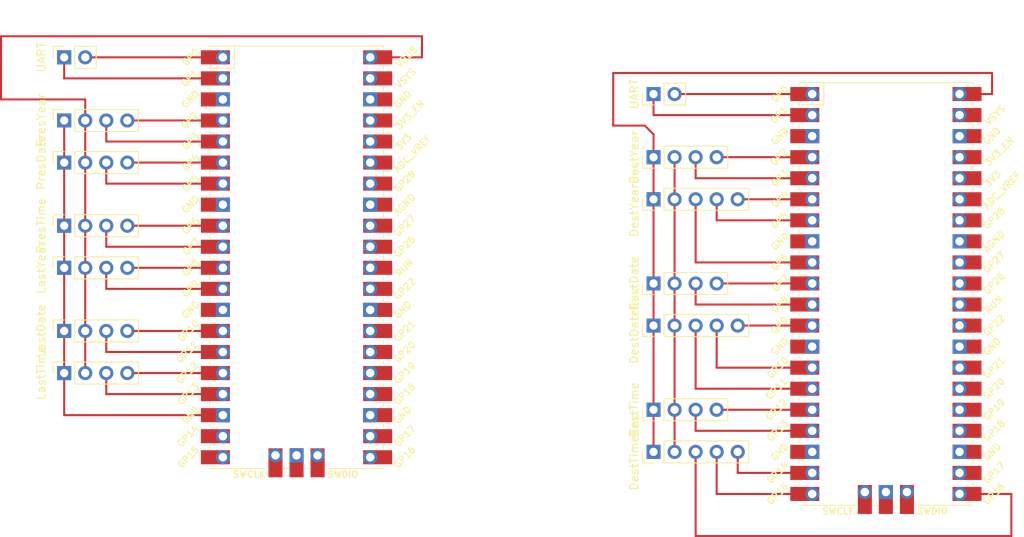
<source format=kicad_pcb>
(kicad_pcb (version 20221018) (generator pcbnew)
  (layers (0 "F.Cu" signal) (31 "B.Cu" signal) (36 "B.SilkS" user "B.Silkscreen") (37 "F.SilkS" user "F.Silkscreen") (38 "B.Mask" user) (39 "F.Mask" user) (44 "Edge.Cuts" user))
  (net 0 "")
  (footprint "Connector_PinSocket_2.54mm:PinSocket_1x04_P2.54mm_Vertical" (layer "F.Cu") (at 27.725 55.26 90)
    (fp_text reference "LastDate" (at 0 -2.77 90) (layer "F.SilkS"))
    (fp_text value "PinSocket_1x04_P2.54mm_Vertical" hide)
    (pad "1" thru_hole rect (at 0 0 90) (size 1.7 1.7) (drill 1) (layers "*.Cu" "*.Mask"))
    (pad "2" thru_hole oval (at 0 2.54 90) (size 1.7 1.7) (drill 1) (layers "*.Cu" "*.Mask"))
    (pad "3" thru_hole oval (at 0 5.08 90) (size 1.7 1.7) (drill 1) (layers "*.Cu" "*.Mask"))
    (pad "4" thru_hole oval (at 0 7.62 90) (size 1.7 1.7) (drill 1) (layers "*.Cu" "*.Mask"))
  )
  (footprint "Connector_PinHeader_2.54mm:PinHeader_1x02_P2.54mm_Vertical" (layer "F.Cu") (at 98.845 26.67 90)
    (fp_text reference "UART" (at 0 -2.33 90) (layer "F.SilkS"))
    (fp_text value "PinHeader_1x02_P2.54mm_Vertical" hide)
    (pad "1" thru_hole rect (at 0 0 90) (size 1.7 1.7) (drill 1) (layers "*.Cu" "*.Mask"))
    (pad "2" thru_hole oval (at 0 2.54 90) (size 1.7 1.7) (drill 1) (layers "*.Cu" "*.Mask"))
  )
  (footprint "Connector_PinSocket_2.54mm:PinSocket_1x02_P2.54mm_Vertical" (layer "F.Cu") (at 27.725 22.24 90)
    (fp_text reference "UART" (at 0 -2.77 90) (layer "F.SilkS"))
    (fp_text value "PinSocket_1x02_P2.54mm_Vertical" hide)
    (pad "1" thru_hole rect (at 0 0 90) (size 1.7 1.7) (drill 1) (layers "*.Cu" "*.Mask"))
    (pad "2" thru_hole oval (at 0 2.54 90) (size 1.7 1.7) (drill 1) (layers "*.Cu" "*.Mask"))
  )
  (footprint "clipboard:dbd3a5ea-c8a1-4a0a-a260-86095aeb42d3" (layer "F.Cu") (at 114.085 26.67)
    (fp_text reference "" (at 0 0) (layer "F.SilkS") (effects (font (size 1.27 1.27))))
    (fp_text value "" (at 0 0) (layer "F.SilkS") (effects (font (size 1.27 1.27))))
    (fp_text user "GP4" (at 0 12.7 45) (layer "F.SilkS") (effects (font (size 0.8 0.8))))
    (fp_text user "GP9" (at 0 27.94 45) (layer "F.SilkS") (effects (font (size 0.8 0.8))))
    (fp_text user "GP13" (at -0.254 40.64 45) (layer "F.SilkS") (effects (font (size 0.8 0.8))))
    (fp_text user "GP12" (at -0.4 38.1 45) (layer "F.SilkS") (effects (font (size 0.8 0.8))))
    (fp_text user "GP11" (at -0.4 35.56 45) (layer "F.SilkS") (effects (font (size 0.8 0.8))))
    (fp_text user "GP5" (at 0 15.24 45) (layer "F.SilkS") (effects (font (size 0.8 0.8))))
    (fp_text user "GND" (at 0 5.08 45) (layer "F.SilkS") (effects (font (size 0.8 0.8))))
    (fp_text user "RUN" (at 25.8 25.4 45) (layer "F.SilkS") (effects (font (size 0.8 0.8))))
    (fp_text user "AGND" (at 25.854 17.78 45) (layer "F.SilkS") (effects (font (size 0.8 0.8))))
    (fp_text user "3V3" (at 25.7 10.23 45) (layer "F.SilkS") (effects (font (size 0.8 0.8))))
    (fp_text user "GND" (at 0 43.18 45) (layer "F.SilkS") (effects (font (size 0.8 0.8))))
    (fp_text user "GP22" (at 25.854 27.94 45) (layer "F.SilkS") (effects (font (size 0.8 0.8))))
    (fp_text user "GND" (at 0 17.78 45) (layer "F.SilkS") (effects (font (size 0.8 0.8))))
    (fp_text user "GP21" (at 25.854 33.03 45) (layer "F.SilkS") (effects (font (size 0.8 0.8))))
    (fp_text user "GP26" (at 25.854 22.86 45) (layer "F.SilkS") (effects (font (size 0.8 0.8))))
    (fp_text user "3V3_EN" (at 26.5 6.93 45) (layer "F.SilkS") (effects (font (size 0.8 0.8))))
    (fp_text user "ADC_VREF" (at 26.8 11.63 45) (layer "F.SilkS") (effects (font (size 0.8 0.8))))
    (fp_text user "GP27" (at 25.854 20.33 45) (layer "F.SilkS") (effects (font (size 0.8 0.8))))
    (fp_text user "GP20" (at 25.854 35.56 45) (layer "F.SilkS") (effects (font (size 0.8 0.8))))
    (fp_text user "GP14" (at -0.3 45.72 45) (layer "F.SilkS") (effects (font (size 0.8 0.8))))
    (fp_text user "GP8" (at 0 25.4 45) (layer "F.SilkS") (effects (font (size 0.8 0.8))))
    (fp_text user "GND" (at 25.6 43.18 45) (layer "F.SilkS") (effects (font (size 0.8 0.8))))
    (fp_text user "GP10" (at -0.254 33.02 45) (layer "F.SilkS") (effects (font (size 0.8 0.8))))
    (fp_text user "GP1" (at -0.1 2.53 45) (layer "F.SilkS") (effects (font (size 0.8 0.8))))
    (fp_text user "GP15" (at -0.254 48.26 45) (layer "F.SilkS") (effects (font (size 0.8 0.8))))
    (fp_text user "GP3" (at 0 10.16 45) (layer "F.SilkS") (effects (font (size 0.8 0.8))))
    (fp_text user "GP17" (at 25.854 45.72 45) (layer "F.SilkS") (effects (font (size 0.8 0.8))))
    (fp_text user "VSYS" (at 26 2.54 45) (layer "F.SilkS") (effects (font (size 0.8 0.8))))
    (fp_text user "GP18" (at 25.854 40.64 45) (layer "F.SilkS") (effects (font (size 0.8 0.8))))
    (fp_text user "GP6" (at 0 20.32 45) (layer "F.SilkS") (effects (font (size 0.8 0.8))))
    (fp_text user "GP7" (at 0.1 22.83 45) (layer "F.SilkS") (effects (font (size 0.8 0.8))))
    (fp_text user "GP28" (at 25.854 14.986 45) (layer "F.SilkS") (effects (font (size 0.8 0.8))))
    (fp_text user "GP2" (at -0.1 7.62 45) (layer "F.SilkS") (effects (font (size 0.8 0.8))))
    (fp_text user "GP16" (at 25.854 48.26 45) (layer "F.SilkS") (effects (font (size 0.8 0.8))))
    (fp_text user "GND" (at 25.6 5.08 45) (layer "F.SilkS") (effects (font (size 0.8 0.8))))
    (fp_text user "SWDIO" (at 18.4 50.33) (layer "F.SilkS") (effects (font (size 0.8 0.8))))
    (fp_text user "GND" (at 0 30.48 45) (layer "F.SilkS") (effects (font (size 0.8 0.8))))
    (fp_text user "GND" (at 25.6 30.48 45) (layer "F.SilkS") (effects (font (size 0.8 0.8))))
    (fp_text user "GP19" (at 25.854 38.1 45) (layer "F.SilkS") (effects (font (size 0.8 0.8))))
    (fp_text user "GP0" (at 0 0 45) (layer "F.SilkS") (effects (font (size 0.8 0.8))))
    (fp_text user "SWCLK" (at 7.1 50.33) (layer "F.SilkS") (effects (font (size 0.8 0.8))))
    (pad "" np_thru_hole oval (at 10.075 0.13) (size 1.8 1.8) (drill 1.8) (layers "F&B.Cu" "*.Mask"))
    (pad "" np_thru_hole oval (at 10.375 3.16) (size 1.5 1.5) (drill 1.5) (layers "F&B.Cu" "*.Mask"))
    (pad "" np_thru_hole oval (at 15.225 3.16) (size 1.5 1.5) (drill 1.5) (layers "F&B.Cu" "*.Mask"))
    (pad "" np_thru_hole oval (at 15.525 0.13) (size 1.8 1.8) (drill 1.8) (layers "F&B.Cu" "*.Mask"))
    (pad "1" thru_hole oval (at 3.91 0) (size 1.7 1.7) (drill 1.02) (layers "*.Cu" "*.Mask"))
    (pad "1" smd rect (at 3.91 0) (size 3.5 1.7) (drill (offset -0.9 0)) (layers "F.Cu" "F.Mask"))
    (pad "2" thru_hole oval (at 3.91 2.54) (size 1.7 1.7) (drill 1.02) (layers "*.Cu" "*.Mask"))
    (pad "2" smd rect (at 3.91 2.54) (size 3.5 1.7) (drill (offset -0.9 0)) (layers "F.Cu" "F.Mask"))
    (pad "3" thru_hole rect (at 3.91 5.08) (size 1.7 1.7) (drill 1.02) (layers "*.Cu" "*.Mask"))
    (pad "3" smd rect (at 3.91 5.08) (size 3.5 1.7) (drill (offset -0.9 0)) (layers "F.Cu" "F.Mask"))
    (pad "4" thru_hole oval (at 3.91 7.62) (size 1.7 1.7) (drill 1.02) (layers "*.Cu" "*.Mask"))
    (pad "4" smd rect (at 3.91 7.62) (size 3.5 1.7) (drill (offset -0.9 0)) (layers "F.Cu" "F.Mask"))
    (pad "5" thru_hole oval (at 3.91 10.16) (size 1.7 1.7) (drill 1.02) (layers "*.Cu" "*.Mask"))
    (pad "5" smd rect (at 3.91 10.16) (size 3.5 1.7) (drill (offset -0.9 0)) (layers "F.Cu" "F.Mask"))
    (pad "6" thru_hole oval (at 3.91 12.7) (size 1.7 1.7) (drill 1.02) (layers "*.Cu" "*.Mask"))
    (pad "6" smd rect (at 3.91 12.7) (size 3.5 1.7) (drill (offset -0.9 0)) (layers "F.Cu" "F.Mask"))
    (pad "7" thru_hole oval (at 3.91 15.24) (size 1.7 1.7) (drill 1.02) (layers "*.Cu" "*.Mask"))
    (pad "7" smd rect (at 3.91 15.24) (size 3.5 1.7) (drill (offset -0.9 0)) (layers "F.Cu" "F.Mask"))
    (pad "8" thru_hole rect (at 3.91 17.78) (size 1.7 1.7) (drill 1.02) (layers "*.Cu" "*.Mask"))
    (pad "8" smd rect (at 3.91 17.78) (size 3.5 1.7) (drill (offset -0.9 0)) (layers "F.Cu" "F.Mask"))
    (pad "9" thru_hole oval (at 3.91 20.32) (size 1.7 1.7) (drill 1.02) (layers "*.Cu" "*.Mask"))
    (pad "9" smd rect (at 3.91 20.32) (size 3.5 1.7) (drill (offset -0.9 0)) (layers "F.Cu" "F.Mask"))
    (pad "10" thru_hole oval (at 3.91 22.86) (size 1.7 1.7) (drill 1.02) (layers "*.Cu" "*.Mask"))
    (pad "10" smd rect (at 3.91 22.86) (size 3.5 1.7) (drill (offset -0.9 0)) (layers "F.Cu" "F.Mask"))
    (pad "11" thru_hole oval (at 3.91 25.4) (size 1.7 1.7) (drill 1.02) (layers "*.Cu" "*.Mask"))
    (pad "11" smd rect (at 3.91 25.4) (size 3.5 1.7) (drill (offset -0.9 0)) (layers "F.Cu" "F.Mask"))
    (pad "12" thru_hole oval (at 3.91 27.94) (size 1.7 1.7) (drill 1.02) (layers "*.Cu" "*.Mask"))
    (pad "12" smd rect (at 3.91 27.94) (size 3.5 1.7) (drill (offset -0.9 0)) (layers "F.Cu" "F.Mask"))
    (pad "13" thru_hole rect (at 3.91 30.48) (size 1.7 1.7) (drill 1.02) (layers "*.Cu" "*.Mask"))
    (pad "13" smd rect (at 3.91 30.48) (size 3.5 1.7) (drill (offset -0.9 0)) (layers "F.Cu" "F.Mask"))
    (pad "14" thru_hole oval (at 3.91 33.02) (size 1.7 1.7) (drill 1.02) (layers "*.Cu" "*.Mask"))
    (pad "14" smd rect (at 3.91 33.02) (size 3.5 1.7) (drill (offset -0.9 0)) (layers "F.Cu" "F.Mask"))
    (pad "15" thru_hole oval (at 3.91 35.56) (size 1.7 1.7) (drill 1.02) (layers "*.Cu" "*.Mask"))
    (pad "15" smd rect (at 3.91 35.56) (size 3.5 1.7) (drill (offset -0.9 0)) (layers "F.Cu" "F.Mask"))
    (pad "16" thru_hole oval (at 3.91 38.1) (size 1.7 1.7) (drill 1.02) (layers "*.Cu" "*.Mask"))
    (pad "16" smd rect (at 3.91 38.1) (size 3.5 1.7) (drill (offset -0.9 0)) (layers "F.Cu" "F.Mask"))
    (pad "17" thru_hole oval (at 3.91 40.64) (size 1.7 1.7) (drill 1.02) (layers "*.Cu" "*.Mask"))
    (pad "17" smd rect (at 3.91 40.64) (size 3.5 1.7) (drill (offset -0.9 0)) (layers "F.Cu" "F.Mask"))
    (pad "18" thru_hole rect (at 3.91 43.18) (size 1.7 1.7) (drill 1.02) (layers "*.Cu" "*.Mask"))
    (pad "18" smd rect (at 3.91 43.18) (size 3.5 1.7) (drill (offset -0.9 0)) (layers "F.Cu" "F.Mask"))
    (pad "19" thru_hole oval (at 3.91 45.72) (size 1.7 1.7) (drill 1.02) (layers "*.Cu" "*.Mask"))
    (pad "19" smd rect (at 3.91 45.72) (size 3.5 1.7) (drill (offset -0.9 0)) (layers "F.Cu" "F.Mask"))
    (pad "20" thru_hole oval (at 3.91 48.26) (size 1.7 1.7) (drill 1.02) (layers "*.Cu" "*.Mask"))
    (pad "20" smd rect (at 3.91 48.26) (size 3.5 1.7) (drill (offset -0.9 0)) (layers "F.Cu" "F.Mask"))
    (pad "21" thru_hole oval (at 21.69 48.26) (size 1.7 1.7) (drill 1.02) (layers "*.Cu" "*.Mask"))
    (pad "21" smd rect (at 21.69 48.26) (size 3.5 1.7) (drill (offset 0.9 0)) (layers "F.Cu" "F.Mask"))
    (pad "22" thru_hole oval (at 21.69 45.72) (size 1.7 1.7) (drill 1.02) (layers "*.Cu" "*.Mask"))
    (pad "22" smd rect (at 21.69 45.72) (size 3.5 1.7) (drill (offset 0.9 0)) (layers "F.Cu" "F.Mask"))
    (pad "23" thru_hole rect (at 21.69 43.18) (size 1.7 1.7) (drill 1.02) (layers "*.Cu" "*.Mask"))
    (pad "23" smd rect (at 21.69 43.18) (size 3.5 1.7) (drill (offset 0.9 0)) (layers "F.Cu" "F.Mask"))
    (pad "24" thru_hole oval (at 21.69 40.64) (size 1.7 1.7) (drill 1.02) (layers "*.Cu" "*.Mask"))
    (pad "24" smd rect (at 21.69 40.64) (size 3.5 1.7) (drill (offset 0.9 0)) (layers "F.Cu" "F.Mask"))
    (pad "25" thru_hole oval (at 21.69 38.1) (size 1.7 1.7) (drill 1.02) (layers "*.Cu" "*.Mask"))
    (pad "25" smd rect (at 21.69 38.1) (size 3.5 1.7) (drill (offset 0.9 0)) (layers "F.Cu" "F.Mask"))
    (pad "26" thru_hole oval (at 21.69 35.56) (size 1.7 1.7) (drill 1.02) (layers "*.Cu" "*.Mask"))
    (pad "26" smd rect (at 21.69 35.56) (size 3.5 1.7) (drill (offset 0.9 0)) (layers "F.Cu" "F.Mask"))
    (pad "27" thru_hole oval (at 21.69 33.02) (size 1.7 1.7) (drill 1.02) (layers "*.Cu" "*.Mask"))
    (pad "27" smd rect (at 21.69 33.02) (size 3.5 1.7) (drill (offset 0.9 0)) (layers "F.Cu" "F.Mask"))
    (pad "28" thru_hole rect (at 21.69 30.48) (size 1.7 1.7) (drill 1.02) (layers "*.Cu" "*.Mask"))
    (pad "28" smd rect (at 21.69 30.48) (size 3.5 1.7) (drill (offset 0.9 0)) (layers "F.Cu" "F.Mask"))
    (pad "29" thru_hole oval (at 21.69 27.94) (size 1.7 1.7) (drill 1.02) (layers "*.Cu" "*.Mask"))
    (pad "29" smd rect (at 21.69 27.94) (size 3.5 1.7) (drill (offset 0.9 0)) (layers "F.Cu" "F.Mask"))
    (pad "30" thru_hole oval (at 21.69 25.4) (size 1.7 1.7) (drill 1.02) (layers "*.Cu" "*.Mask"))
    (pad "30" smd rect (at 21.69 25.4) (size 3.5 1.7) (drill (offset 0.9 0)) (layers "F.Cu" "F.Mask"))
    (pad "31" thru_hole oval (at 21.69 22.86) (size 1.7 1.7) (drill 1.02) (layers "*.Cu" "*.Mask"))
    (pad "31" smd rect (at 21.69 22.86) (size 3.5 1.7) (drill (offset 0.9 0)) (layers "F.Cu" "F.Mask"))
    (pad "32" thru_hole oval (at 21.69 20.32) (size 1.7 1.7) (drill 1.02) (layers "*.Cu" "*.Mask"))
    (pad "32" smd rect (at 21.69 20.32) (size 3.5 1.7) (drill (offset 0.9 0)) (layers "F.Cu" "F.Mask"))
    (pad "33" thru_hole rect (at 21.69 17.78) (size 1.7 1.7) (drill 1.02) (layers "*.Cu" "*.Mask"))
    (pad "33" smd rect (at 21.69 17.78) (size 3.5 1.7) (drill (offset 0.9 0)) (layers "F.Cu" "F.Mask"))
    (pad "34" thru_hole oval (at 21.69 15.24) (size 1.7 1.7) (drill 1.02) (layers "*.Cu" "*.Mask"))
    (pad "34" smd rect (at 21.69 15.24) (size 3.5 1.7) (drill (offset 0.9 0)) (layers "F.Cu" "F.Mask"))
    (pad "35" thru_hole oval (at 21.69 12.7) (size 1.7 1.7) (drill 1.02) (layers "*.Cu" "*.Mask"))
    (pad "35" smd rect (at 21.69 12.7) (size 3.5 1.7) (drill (offset 0.9 0)) (layers "F.Cu" "F.Mask"))
    (pad "36" thru_hole oval (at 21.69 10.16) (size 1.7 1.7) (drill 1.02) (layers "*.Cu" "*.Mask"))
    (pad "36" smd rect (at 21.69 10.16) (size 3.5 1.7) (drill (offset 0.9 0)) (layers "F.Cu" "F.Mask"))
    (pad "37" thru_hole oval (at 21.69 7.62) (size 1.7 1.7) (drill 1.02) (layers "*.Cu" "*.Mask"))
    (pad "37" smd rect (at 21.69 7.62) (size 3.5 1.7) (drill (offset 0.9 0)) (layers "F.Cu" "F.Mask"))
    (pad "38" thru_hole rect (at 21.69 5.08) (size 1.7 1.7) (drill 1.02) (layers "*.Cu" "*.Mask"))
    (pad "38" smd rect (at 21.69 5.08) (size 3.5 1.7) (drill (offset 0.9 0)) (layers "F.Cu" "F.Mask"))
    (pad "39" thru_hole oval (at 21.69 2.54) (size 1.7 1.7) (drill 1.02) (layers "*.Cu" "*.Mask"))
    (pad "39" smd rect (at 21.69 2.54) (size 3.5 1.7) (drill (offset 0.9 0)) (layers "F.Cu" "F.Mask"))
    (pad "40" thru_hole oval (at 21.69 0) (size 1.7 1.7) (drill 1.02) (layers "*.Cu" "*.Mask"))
    (pad "40" smd rect (at 21.69 0) (size 3.5 1.7) (drill (offset 0.9 0)) (layers "F.Cu" "F.Mask"))
    (pad "41" thru_hole oval (at 10.26 48.03) (size 1.7 1.7) (drill 1.02) (layers "*.Cu" "*.Mask"))
    (pad "41" smd rect (at 10.26 48.03 90) (size 3.5 1.7) (drill (offset -0.9 0)) (layers "F.Cu" "F.Mask"))
    (pad "42" thru_hole rect (at 12.8 48.03) (size 1.7 1.7) (drill 1.02) (layers "*.Cu" "*.Mask"))
    (pad "42" smd rect (at 12.8 48.03 90) (size 3.5 1.7) (drill (offset -0.9 0)) (layers "F.Cu" "F.Mask"))
    (pad "43" thru_hole oval (at 15.34 48.03) (size 1.7 1.7) (drill 1.02) (layers "*.Cu" "*.Mask"))
    (pad "43" smd rect (at 15.34 48.03 90) (size 3.5 1.7) (drill (offset -0.9 0)) (layers "F.Cu" "F.Mask"))
  )
  (footprint "Connector_PinHeader_2.54mm:PinHeader_1x04_P2.54mm_Vertical" (layer "F.Cu") (at 98.845 64.77 90)
    (fp_text reference "DestTime" (at 0 -2.33 90) (layer "F.SilkS"))
    (fp_text value "PinHeader_1x04_P2.54mm_Vertical" hide)
    (pad "1" thru_hole rect (at 0 0 90) (size 1.7 1.7) (drill 1) (layers "*.Cu" "*.Mask"))
    (pad "2" thru_hole oval (at 0 2.54 90) (size 1.7 1.7) (drill 1) (layers "*.Cu" "*.Mask"))
    (pad "3" thru_hole oval (at 0 5.08 90) (size 1.7 1.7) (drill 1) (layers "*.Cu" "*.Mask"))
    (pad "4" thru_hole oval (at 0 7.62 90) (size 1.7 1.7) (drill 1) (layers "*.Cu" "*.Mask"))
  )
  (footprint "Connector_PinSocket_2.54mm:PinSocket_1x04_P2.54mm_Vertical" (layer "F.Cu") (at 27.725 60.34 90)
    (fp_text reference "LastTime" (at 0 -2.77 90) (layer "F.SilkS"))
    (fp_text value "PinSocket_1x04_P2.54mm_Vertical" hide)
    (pad "1" thru_hole rect (at 0 0 90) (size 1.7 1.7) (drill 1) (layers "*.Cu" "*.Mask"))
    (pad "2" thru_hole oval (at 0 2.54 90) (size 1.7 1.7) (drill 1) (layers "*.Cu" "*.Mask"))
    (pad "3" thru_hole oval (at 0 5.08 90) (size 1.7 1.7) (drill 1) (layers "*.Cu" "*.Mask"))
    (pad "4" thru_hole oval (at 0 7.62 90) (size 1.7 1.7) (drill 1) (layers "*.Cu" "*.Mask"))
  )
  (footprint "Connector_PinHeader_2.54mm:PinHeader_1x05_P2.54mm_Vertical" (layer "F.Cu") (at 98.845 54.61 90)
    (fp_text reference "DestDateEnc" (at 0 -2.33 90) (layer "F.SilkS"))
    (fp_text value "PinHeader_1x05_P2.54mm_Vertical" hide)
    (pad "1" thru_hole rect (at 0 0 90) (size 1.7 1.7) (drill 1) (layers "*.Cu" "*.Mask"))
    (pad "2" thru_hole oval (at 0 2.54 90) (size 1.7 1.7) (drill 1) (layers "*.Cu" "*.Mask"))
    (pad "3" thru_hole oval (at 0 5.08 90) (size 1.7 1.7) (drill 1) (layers "*.Cu" "*.Mask"))
    (pad "4" thru_hole oval (at 0 7.62 90) (size 1.7 1.7) (drill 1) (layers "*.Cu" "*.Mask"))
    (pad "5" thru_hole oval (at 0 10.16 90) (size 1.7 1.7) (drill 1) (layers "*.Cu" "*.Mask"))
  )
  (footprint "Connector_PinSocket_2.54mm:PinSocket_1x04_P2.54mm_Vertical" (layer "F.Cu") (at 27.725 47.64 90)
    (fp_text reference "LastYear" (at 0 -2.77 90) (layer "F.SilkS"))
    (fp_text value "PinSocket_1x04_P2.54mm_Vertical" hide)
    (pad "1" thru_hole rect (at 0 0 90) (size 1.7 1.7) (drill 1) (layers "*.Cu" "*.Mask"))
    (pad "2" thru_hole oval (at 0 2.54 90) (size 1.7 1.7) (drill 1) (layers "*.Cu" "*.Mask"))
    (pad "3" thru_hole oval (at 0 5.08 90) (size 1.7 1.7) (drill 1) (layers "*.Cu" "*.Mask"))
    (pad "4" thru_hole oval (at 0 7.62 90) (size 1.7 1.7) (drill 1) (layers "*.Cu" "*.Mask"))
  )
  (footprint "Connector_PinSocket_2.54mm:PinSocket_1x04_P2.54mm_Vertical" (layer "F.Cu") (at 27.725 29.86 90)
    (fp_text reference "PresYear" (at 0 -2.77 90) (layer "F.SilkS"))
    (fp_text value "PinSocket_1x04_P2.54mm_Vertical" hide)
    (pad "1" thru_hole rect (at 0 0 90) (size 1.7 1.7) (drill 1) (layers "*.Cu" "*.Mask"))
    (pad "2" thru_hole oval (at 0 2.54 90) (size 1.7 1.7) (drill 1) (layers "*.Cu" "*.Mask"))
    (pad "3" thru_hole oval (at 0 5.08 90) (size 1.7 1.7) (drill 1) (layers "*.Cu" "*.Mask"))
    (pad "4" thru_hole oval (at 0 7.62 90) (size 1.7 1.7) (drill 1) (layers "*.Cu" "*.Mask"))
  )
  (footprint "Connector_PinHeader_2.54mm:PinHeader_1x05_P2.54mm_Vertical" (layer "F.Cu") (at 98.845 39.37 90)
    (fp_text reference "DestYearEnc" (at 0 -2.33 90) (layer "F.SilkS"))
    (fp_text value "PinHeader_1x05_P2.54mm_Vertical" hide)
    (pad "1" thru_hole rect (at 0 0 90) (size 1.7 1.7) (drill 1) (layers "*.Cu" "*.Mask"))
    (pad "2" thru_hole oval (at 0 2.54 90) (size 1.7 1.7) (drill 1) (layers "*.Cu" "*.Mask"))
    (pad "3" thru_hole oval (at 0 5.08 90) (size 1.7 1.7) (drill 1) (layers "*.Cu" "*.Mask"))
    (pad "4" thru_hole oval (at 0 7.62 90) (size 1.7 1.7) (drill 1) (layers "*.Cu" "*.Mask"))
    (pad "5" thru_hole oval (at 0 10.16 90) (size 1.7 1.7) (drill 1) (layers "*.Cu" "*.Mask"))
  )
  (footprint "Connector_PinSocket_2.54mm:PinSocket_1x04_P2.54mm_Vertical" (layer "F.Cu") (at 27.725 42.56 90)
    (fp_text reference "PresTime" (at 0 -2.77 90) (layer "F.SilkS"))
    (fp_text value "PinSocket_1x04_P2.54mm_Vertical" hide)
    (pad "1" thru_hole rect (at 0 0 90) (size 1.7 1.7) (drill 1) (layers "*.Cu" "*.Mask"))
    (pad "2" thru_hole oval (at 0 2.54 90) (size 1.7 1.7) (drill 1) (layers "*.Cu" "*.Mask"))
    (pad "3" thru_hole oval (at 0 5.08 90) (size 1.7 1.7) (drill 1) (layers "*.Cu" "*.Mask"))
    (pad "4" thru_hole oval (at 0 7.62 90) (size 1.7 1.7) (drill 1) (layers "*.Cu" "*.Mask"))
  )
  (footprint "Connector_PinHeader_2.54mm:PinHeader_1x04_P2.54mm_Vertical" (layer "F.Cu") (at 98.845 49.53 90)
    (fp_text reference "DestDate" (at 0 -2.33 90) (layer "F.SilkS"))
    (fp_text value "PinHeader_1x04_P2.54mm_Vertical" hide)
    (pad "1" thru_hole rect (at 0 0 90) (size 1.7 1.7) (drill 1) (layers "*.Cu" "*.Mask"))
    (pad "2" thru_hole oval (at 0 2.54 90) (size 1.7 1.7) (drill 1) (layers "*.Cu" "*.Mask"))
    (pad "3" thru_hole oval (at 0 5.08 90) (size 1.7 1.7) (drill 1) (layers "*.Cu" "*.Mask"))
    (pad "4" thru_hole oval (at 0 7.62 90) (size 1.7 1.7) (drill 1) (layers "*.Cu" "*.Mask"))
  )
  (footprint "Connector_PinHeader_2.54mm:PinHeader_1x04_P2.54mm_Vertical" (layer "F.Cu") (at 98.845 34.29 90)
    (fp_text reference "DestYear" (at 0 -2.33 90) (layer "F.SilkS"))
    (fp_text value "PinHeader_1x04_P2.54mm_Vertical" hide)
    (pad "1" thru_hole rect (at 0 0 90) (size 1.7 1.7) (drill 1) (layers "*.Cu" "*.Mask"))
    (pad "2" thru_hole oval (at 0 2.54 90) (size 1.7 1.7) (drill 1) (layers "*.Cu" "*.Mask"))
    (pad "3" thru_hole oval (at 0 5.08 90) (size 1.7 1.7) (drill 1) (layers "*.Cu" "*.Mask"))
    (pad "4" thru_hole oval (at 0 7.62 90) (size 1.7 1.7) (drill 1) (layers "*.Cu" "*.Mask"))
  )
  (footprint "Connector_PinSocket_2.54mm:PinSocket_1x04_P2.54mm_Vertical" (layer "F.Cu") (at 27.725 34.94 90)
    (fp_text reference "PresDate" (at 0 -2.77 90) (layer "F.SilkS"))
    (fp_text value "PinSocket_1x04_P2.54mm_Vertical" hide)
    (pad "1" thru_hole rect (at 0 0 90) (size 1.7 1.7) (drill 1) (layers "*.Cu" "*.Mask"))
    (pad "2" thru_hole oval (at 0 2.54 90) (size 1.7 1.7) (drill 1) (layers "*.Cu" "*.Mask"))
    (pad "3" thru_hole oval (at 0 5.08 90) (size 1.7 1.7) (drill 1) (layers "*.Cu" "*.Mask"))
    (pad "4" thru_hole oval (at 0 7.62 90) (size 1.7 1.7) (drill 1) (layers "*.Cu" "*.Mask"))
  )
  (footprint "clipboard:dbd3a5ea-c8a1-4a0a-a260-86095aeb42d3" (layer "F.Cu") (at 42.965 22.24)
    (fp_text reference "" (at 0 0) (layer "F.SilkS") (effects (font (size 1.27 1.27))))
    (fp_text value "" (at 0 0) (layer "F.SilkS") (effects (font (size 1.27 1.27))))
    (fp_text user "GP3" (at 0 10.16 45) (layer "F.SilkS") (effects (font (size 0.8 0.8))))
    (fp_text user "GND" (at 25.6 30.48 45) (layer "F.SilkS") (effects (font (size 0.8 0.8))))
    (fp_text user "GP17" (at 25.854 45.72 45) (layer "F.SilkS") (effects (font (size 0.8 0.8))))
    (fp_text user "GP11" (at -0.4 35.56 45) (layer "F.SilkS") (effects (font (size 0.8 0.8))))
    (fp_text user "GP2" (at -0.1 7.62 45) (layer "F.SilkS") (effects (font (size 0.8 0.8))))
    (fp_text user "GP15" (at -0.254 48.26 45) (layer "F.SilkS") (effects (font (size 0.8 0.8))))
    (fp_text user "GP8" (at 0 25.4 45) (layer "F.SilkS") (effects (font (size 0.8 0.8))))
    (fp_text user "ADC_VREF" (at 26.8 11.63 45) (layer "F.SilkS") (effects (font (size 0.8 0.8))))
    (fp_text user "GP16" (at 25.854 48.26 45) (layer "F.SilkS") (effects (font (size 0.8 0.8))))
    (fp_text user "GND" (at 0 17.78 45) (layer "F.SilkS") (effects (font (size 0.8 0.8))))
    (fp_text user "3V3" (at 25.7 10.23 45) (layer "F.SilkS") (effects (font (size 0.8 0.8))))
    (fp_text user "SWDIO" (at 18.4 50.33) (layer "F.SilkS") (effects (font (size 0.8 0.8))))
    (fp_text user "RUN" (at 25.8 25.4 45) (layer "F.SilkS") (effects (font (size 0.8 0.8))))
    (fp_text user "GP13" (at -0.254 40.64 45) (layer "F.SilkS") (effects (font (size 0.8 0.8))))
    (fp_text user "GP7" (at 0.1 22.83 45) (layer "F.SilkS") (effects (font (size 0.8 0.8))))
    (fp_text user "AGND" (at 25.854 17.78 45) (layer "F.SilkS") (effects (font (size 0.8 0.8))))
    (fp_text user "GP19" (at 25.854 38.1 45) (layer "F.SilkS") (effects (font (size 0.8 0.8))))
    (fp_text user "GP20" (at 25.854 35.56 45) (layer "F.SilkS") (effects (font (size 0.8 0.8))))
    (fp_text user "GP1" (at -0.1 2.53 45) (layer "F.SilkS") (effects (font (size 0.8 0.8))))
    (fp_text user "GP6" (at 0 20.32 45) (layer "F.SilkS") (effects (font (size 0.8 0.8))))
    (fp_text user "GND" (at 0 43.18 45) (layer "F.SilkS") (effects (font (size 0.8 0.8))))
    (fp_text user "VBUS" (at 26.1 -0.07 45) (layer "F.SilkS") (effects (font (size 0.8 0.8))))
    (fp_text user "GND" (at 25.6 43.18 45) (layer "F.SilkS") (effects (font (size 0.8 0.8))))
    (fp_text user "GP26" (at 25.854 22.86 45) (layer "F.SilkS") (effects (font (size 0.8 0.8))))
    (fp_text user "GND" (at 25.6 5.08 45) (layer "F.SilkS") (effects (font (size 0.8 0.8))))
    (fp_text user "SWCLK" (at 7.1 50.33) (layer "F.SilkS") (effects (font (size 0.8 0.8))))
    (fp_text user "GP5" (at 0 15.24 45) (layer "F.SilkS") (effects (font (size 0.8 0.8))))
    (fp_text user "GP0" (at 0 0 45) (layer "F.SilkS") (effects (font (size 0.8 0.8))))
    (fp_text user "GP4" (at 0 12.7 45) (layer "F.SilkS") (effects (font (size 0.8 0.8))))
    (fp_text user "GP12" (at -0.4 38.1 45) (layer "F.SilkS") (effects (font (size 0.8 0.8))))
    (fp_text user "GP14" (at -0.3 45.72 45) (layer "F.SilkS") (effects (font (size 0.8 0.8))))
    (fp_text user "3V3_EN" (at 26.5 6.93 45) (layer "F.SilkS") (effects (font (size 0.8 0.8))))
    (fp_text user "GP21" (at 25.854 33.03 45) (layer "F.SilkS") (effects (font (size 0.8 0.8))))
    (fp_text user "GP18" (at 25.854 40.64 45) (layer "F.SilkS") (effects (font (size 0.8 0.8))))
    (fp_text user "GP27" (at 25.854 20.33 45) (layer "F.SilkS") (effects (font (size 0.8 0.8))))
    (fp_text user "GP22" (at 25.854 27.94 45) (layer "F.SilkS") (effects (font (size 0.8 0.8))))
    (fp_text user "GND" (at 0 30.48 45) (layer "F.SilkS") (effects (font (size 0.8 0.8))))
    (fp_text user "GP10" (at -0.254 33.02 45) (layer "F.SilkS") (effects (font (size 0.8 0.8))))
    (fp_text user "GND" (at 0 5.08 45) (layer "F.SilkS") (effects (font (size 0.8 0.8))))
    (fp_text user "GP28" (at 25.854 14.986 45) (layer "F.SilkS") (effects (font (size 0.8 0.8))))
    (fp_text user "VSYS" (at 26 2.54 45) (layer "F.SilkS") (effects (font (size 0.8 0.8))))
    (fp_text user "GP9" (at 0 27.94 45) (layer "F.SilkS") (effects (font (size 0.8 0.8))))
    (pad "" np_thru_hole oval (at 10.075 0.13) (size 1.8 1.8) (drill 1.8) (layers "F&B.Cu" "*.Mask"))
    (pad "" np_thru_hole oval (at 10.375 3.16) (size 1.5 1.5) (drill 1.5) (layers "F&B.Cu" "*.Mask"))
    (pad "" np_thru_hole oval (at 15.225 3.16) (size 1.5 1.5) (drill 1.5) (layers "F&B.Cu" "*.Mask"))
    (pad "" np_thru_hole oval (at 15.525 0.13) (size 1.8 1.8) (drill 1.8) (layers "F&B.Cu" "*.Mask"))
    (pad "1" thru_hole oval (at 3.91 0) (size 1.7 1.7) (drill 1.02) (layers "*.Cu" "*.Mask"))
    (pad "1" smd rect (at 3.91 0) (size 3.5 1.7) (drill (offset -0.9 0)) (layers "F.Cu" "F.Mask"))
    (pad "2" thru_hole oval (at 3.91 2.54) (size 1.7 1.7) (drill 1.02) (layers "*.Cu" "*.Mask"))
    (pad "2" smd rect (at 3.91 2.54) (size 3.5 1.7) (drill (offset -0.9 0)) (layers "F.Cu" "F.Mask"))
    (pad "3" thru_hole rect (at 3.91 5.08) (size 1.7 1.7) (drill 1.02) (layers "*.Cu" "*.Mask"))
    (pad "3" smd rect (at 3.91 5.08) (size 3.5 1.7) (drill (offset -0.9 0)) (layers "F.Cu" "F.Mask"))
    (pad "4" thru_hole oval (at 3.91 7.62) (size 1.7 1.7) (drill 1.02) (layers "*.Cu" "*.Mask"))
    (pad "4" smd rect (at 3.91 7.62) (size 3.5 1.7) (drill (offset -0.9 0)) (layers "F.Cu" "F.Mask"))
    (pad "5" thru_hole oval (at 3.91 10.16) (size 1.7 1.7) (drill 1.02) (layers "*.Cu" "*.Mask"))
    (pad "5" smd rect (at 3.91 10.16) (size 3.5 1.7) (drill (offset -0.9 0)) (layers "F.Cu" "F.Mask"))
    (pad "6" thru_hole oval (at 3.91 12.7) (size 1.7 1.7) (drill 1.02) (layers "*.Cu" "*.Mask"))
    (pad "6" smd rect (at 3.91 12.7) (size 3.5 1.7) (drill (offset -0.9 0)) (layers "F.Cu" "F.Mask"))
    (pad "7" thru_hole oval (at 3.91 15.24) (size 1.7 1.7) (drill 1.02) (layers "*.Cu" "*.Mask"))
    (pad "7" smd rect (at 3.91 15.24) (size 3.5 1.7) (drill (offset -0.9 0)) (layers "F.Cu" "F.Mask"))
    (pad "8" thru_hole rect (at 3.91 17.78) (size 1.7 1.7) (drill 1.02) (layers "*.Cu" "*.Mask"))
    (pad "8" smd rect (at 3.91 17.78) (size 3.5 1.7) (drill (offset -0.9 0)) (layers "F.Cu" "F.Mask"))
    (pad "9" thru_hole oval (at 3.91 20.32) (size 1.7 1.7) (drill 1.02) (layers "*.Cu" "*.Mask"))
    (pad "9" smd rect (at 3.91 20.32) (size 3.5 1.7) (drill (offset -0.9 0)) (layers "F.Cu" "F.Mask"))
    (pad "10" thru_hole oval (at 3.91 22.86) (size 1.7 1.7) (drill 1.02) (layers "*.Cu" "*.Mask"))
    (pad "10" smd rect (at 3.91 22.86) (size 3.5 1.7) (drill (offset -0.9 0)) (layers "F.Cu" "F.Mask"))
    (pad "11" thru_hole oval (at 3.91 25.4) (size 1.7 1.7) (drill 1.02) (layers "*.Cu" "*.Mask"))
    (pad "11" smd rect (at 3.91 25.4) (size 3.5 1.7) (drill (offset -0.9 0)) (layers "F.Cu" "F.Mask"))
    (pad "12" thru_hole oval (at 3.91 27.94) (size 1.7 1.7) (drill 1.02) (layers "*.Cu" "*.Mask"))
    (pad "12" smd rect (at 3.91 27.94) (size 3.5 1.7) (drill (offset -0.9 0)) (layers "F.Cu" "F.Mask"))
    (pad "13" thru_hole rect (at 3.91 30.48) (size 1.7 1.7) (drill 1.02) (layers "*.Cu" "*.Mask"))
    (pad "13" smd rect (at 3.91 30.48) (size 3.5 1.7) (drill (offset -0.9 0)) (layers "F.Cu" "F.Mask"))
    (pad "14" thru_hole oval (at 3.91 33.02) (size 1.7 1.7) (drill 1.02) (layers "*.Cu" "*.Mask"))
    (pad "14" smd rect (at 3.91 33.02) (size 3.5 1.7) (drill (offset -0.9 0)) (layers "F.Cu" "F.Mask"))
    (pad "15" thru_hole oval (at 3.91 35.56) (size 1.7 1.7) (drill 1.02) (layers "*.Cu" "*.Mask"))
    (pad "15" smd rect (at 3.91 35.56) (size 3.5 1.7) (drill (offset -0.9 0)) (layers "F.Cu" "F.Mask"))
    (pad "16" thru_hole oval (at 3.91 38.1) (size 1.7 1.7) (drill 1.02) (layers "*.Cu" "*.Mask"))
    (pad "16" smd rect (at 3.91 38.1) (size 3.5 1.7) (drill (offset -0.9 0)) (layers "F.Cu" "F.Mask"))
    (pad "17" thru_hole oval (at 3.91 40.64) (size 1.7 1.7) (drill 1.02) (layers "*.Cu" "*.Mask"))
    (pad "17" smd rect (at 3.91 40.64) (size 3.5 1.7) (drill (offset -0.9 0)) (layers "F.Cu" "F.Mask"))
    (pad "18" thru_hole rect (at 3.91 43.18) (size 1.7 1.7) (drill 1.02) (layers "*.Cu" "*.Mask"))
    (pad "18" smd rect (at 3.91 43.18) (size 3.5 1.7) (drill (offset -0.9 0)) (layers "F.Cu" "F.Mask"))
    (pad "19" thru_hole oval (at 3.91 45.72) (size 1.7 1.7) (drill 1.02) (layers "*.Cu" "*.Mask"))
    (pad "19" smd rect (at 3.91 45.72) (size 3.5 1.7) (drill (offset -0.9 0)) (layers "F.Cu" "F.Mask"))
    (pad "20" thru_hole oval (at 3.91 48.26) (size 1.7 1.7) (drill 1.02) (layers "*.Cu" "*.Mask"))
    (pad "20" smd rect (at 3.91 48.26) (size 3.5 1.7) (drill (offset -0.9 0)) (layers "F.Cu" "F.Mask"))
    (pad "21" thru_hole oval (at 21.69 48.26) (size 1.7 1.7) (drill 1.02) (layers "*.Cu" "*.Mask"))
    (pad "21" smd rect (at 21.69 48.26) (size 3.5 1.7) (drill (offset 0.9 0)) (layers "F.Cu" "F.Mask"))
    (pad "22" thru_hole oval (at 21.69 45.72) (size 1.7 1.7) (drill 1.02) (layers "*.Cu" "*.Mask"))
    (pad "22" smd rect (at 21.69 45.72) (size 3.5 1.7) (drill (offset 0.9 0)) (layers "F.Cu" "F.Mask"))
    (pad "23" thru_hole rect (at 21.69 43.18) (size 1.7 1.7) (drill 1.02) (layers "*.Cu" "*.Mask"))
    (pad "23" smd rect (at 21.69 43.18) (size 3.5 1.7) (drill (offset 0.9 0)) (layers "F.Cu" "F.Mask"))
    (pad "24" thru_hole oval (at 21.69 40.64) (size 1.7 1.7) (drill 1.02) (layers "*.Cu" "*.Mask"))
    (pad "24" smd rect (at 21.69 40.64) (size 3.5 1.7) (drill (offset 0.9 0)) (layers "F.Cu" "F.Mask"))
    (pad "25" thru_hole oval (at 21.69 38.1) (size 1.7 1.7) (drill 1.02) (layers "*.Cu" "*.Mask"))
    (pad "25" smd rect (at 21.69 38.1) (size 3.5 1.7) (drill (offset 0.9 0)) (layers "F.Cu" "F.Mask"))
    (pad "26" thru_hole oval (at 21.69 35.56) (size 1.7 1.7) (drill 1.02) (layers "*.Cu" "*.Mask"))
    (pad "26" smd rect (at 21.69 35.56) (size 3.5 1.7) (drill (offset 0.9 0)) (layers "F.Cu" "F.Mask"))
    (pad "27" thru_hole oval (at 21.69 33.02) (size 1.7 1.7) (drill 1.02) (layers "*.Cu" "*.Mask"))
    (pad "27" smd rect (at 21.69 33.02) (size 3.5 1.7) (drill (offset 0.9 0)) (layers "F.Cu" "F.Mask"))
    (pad "28" thru_hole rect (at 21.69 30.48) (size 1.7 1.7) (drill 1.02) (layers "*.Cu" "*.Mask"))
    (pad "28" smd rect (at 21.69 30.48) (size 3.5 1.7) (drill (offset 0.9 0)) (layers "F.Cu" "F.Mask"))
    (pad "29" thru_hole oval (at 21.69 27.94) (size 1.7 1.7) (drill 1.02) (layers "*.Cu" "*.Mask"))
    (pad "29" smd rect (at 21.69 27.94) (size 3.5 1.7) (drill (offset 0.9 0)) (layers "F.Cu" "F.Mask"))
    (pad "30" thru_hole oval (at 21.69 25.4) (size 1.7 1.7) (drill 1.02) (layers "*.Cu" "*.Mask"))
    (pad "30" smd rect (at 21.69 25.4) (size 3.5 1.7) (drill (offset 0.9 0)) (layers "F.Cu" "F.Mask"))
    (pad "31" thru_hole oval (at 21.69 22.86) (size 1.7 1.7) (drill 1.02) (layers "*.Cu" "*.Mask"))
    (pad "31" smd rect (at 21.69 22.86) (size 3.5 1.7) (drill (offset 0.9 0)) (layers "F.Cu" "F.Mask"))
    (pad "32" thru_hole oval (at 21.69 20.32) (size 1.7 1.7) (drill 1.02) (layers "*.Cu" "*.Mask"))
    (pad "32" smd rect (at 21.69 20.32) (size 3.5 1.7) (drill (offset 0.9 0)) (layers "F.Cu" "F.Mask"))
    (pad "33" thru_hole rect (at 21.69 17.78) (size 1.7 1.7) (drill 1.02) (layers "*.Cu" "*.Mask"))
    (pad "33" smd rect (at 21.69 17.78) (size 3.5 1.7) (drill (offset 0.9 0)) (layers "F.Cu" "F.Mask"))
    (pad "34" thru_hole oval (at 21.69 15.24) (size 1.7 1.7) (drill 1.02) (layers "*.Cu" "*.Mask"))
    (pad "34" smd rect (at 21.69 15.24) (size 3.5 1.7) (drill (offset 0.9 0)) (layers "F.Cu" "F.Mask"))
    (pad "35" thru_hole oval (at 21.69 12.7) (size 1.7 1.7) (drill 1.02) (layers "*.Cu" "*.Mask"))
    (pad "35" smd rect (at 21.69 12.7) (size 3.5 1.7) (drill (offset 0.9 0)) (layers "F.Cu" "F.Mask"))
    (pad "36" thru_hole oval (at 21.69 10.16) (size 1.7 1.7) (drill 1.02) (layers "*.Cu" "*.Mask"))
    (pad "36" smd rect (at 21.69 10.16) (size 3.5 1.7) (drill (offset 0.9 0)) (layers "F.Cu" "F.Mask"))
    (pad "37" thru_hole oval (at 21.69 7.62) (size 1.7 1.7) (drill 1.02) (layers "*.Cu" "*.Mask"))
    (pad "37" smd rect (at 21.69 7.62) (size 3.5 1.7) (drill (offset 0.9 0)) (layers "F.Cu" "F.Mask"))
    (pad "38" thru_hole rect (at 21.69 5.08) (size 1.7 1.7) (drill 1.02) (layers "*.Cu" "*.Mask"))
    (pad "38" smd rect (at 21.69 5.08) (size 3.5 1.7) (drill (offset 0.9 0)) (layers "F.Cu" "F.Mask"))
    (pad "39" thru_hole oval (at 21.69 2.54) (size 1.7 1.7) (drill 1.02) (layers "*.Cu" "*.Mask"))
    (pad "39" smd rect (at 21.69 2.54) (size 3.5 1.7) (drill (offset 0.9 0)) (layers "F.Cu" "F.Mask"))
    (pad "40" thru_hole oval (at 21.69 0) (size 1.7 1.7) (drill 1.02) (layers "*.Cu" "*.Mask"))
    (pad "40" smd rect (at 21.69 0) (size 3.5 1.7) (drill (offset 0.9 0)) (layers "F.Cu" "F.Mask"))
    (pad "41" thru_hole oval (at 10.26 48.03) (size 1.7 1.7) (drill 1.02) (layers "*.Cu" "*.Mask"))
    (pad "41" smd rect (at 10.26 48.03 90) (size 3.5 1.7) (drill (offset -0.9 0)) (layers "F.Cu" "F.Mask"))
    (pad "42" thru_hole rect (at 12.8 48.03) (size 1.7 1.7) (drill 1.02) (layers "*.Cu" "*.Mask"))
    (pad "42" smd rect (at 12.8 48.03 90) (size 3.5 1.7) (drill (offset -0.9 0)) (layers "F.Cu" "F.Mask"))
    (pad "43" thru_hole oval (at 15.34 48.03) (size 1.7 1.7) (drill 1.02) (layers "*.Cu" "*.Mask"))
    (pad "43" smd rect (at 15.34 48.03 90) (size 3.5 1.7) (drill (offset -0.9 0)) (layers "F.Cu" "F.Mask"))
  )
  (footprint "Connector_PinHeader_2.54mm:PinHeader_1x05_P2.54mm_Vertical" (layer "F.Cu") (at 98.845 69.85 90)
    (fp_text reference "DestTimeEnc" (at 0 -2.33 90) (layer "F.SilkS"))
    (fp_text value "PinHeader_1x05_P2.54mm_Vertical" hide)
    (pad "1" thru_hole rect (at 0 0 90) (size 1.7 1.7) (drill 1) (layers "*.Cu" "*.Mask"))
    (pad "2" thru_hole oval (at 0 2.54 90) (size 1.7 1.7) (drill 1) (layers "*.Cu" "*.Mask"))
    (pad "3" thru_hole oval (at 0 5.08 90) (size 1.7 1.7) (drill 1) (layers "*.Cu" "*.Mask"))
    (pad "4" thru_hole oval (at 0 7.62 90) (size 1.7 1.7) (drill 1) (layers "*.Cu" "*.Mask"))
    (pad "5" thru_hole oval (at 0 10.16 90) (size 1.7 1.7) (drill 1) (layers "*.Cu" "*.Mask"))
  )
  (segment (start 32.805 32.4) (end 46.875 32.4) (width 0.25) (layer "F.Cu") (net 0))
  (segment (start 27.725 42.56) (end 27.725 34.94) (width 0.25) (layer "F.Cu") (net 0))
  (segment (start 98.845 34.29) (end 98.845 39.37) (width 0.25) (layer "F.Cu") (net 0))
  (segment (start 32.805 50.18) (end 46.875 50.18) (width 0.25) (layer "F.Cu") (net 0))
  (segment (start 106.465 59.69) (end 117.995 59.69) (width 0.25) (layer "F.Cu") (net 0))
  (segment (start 98.845 49.53) (end 98.845 54.61) (width 0.25) (layer "F.Cu") (net 0))
  (segment (start 70.905 19.7) (end 70.905 22.24) (width 0.25) (layer "F.Cu") (net 0))
  (segment (start 106.465 74.93) (end 117.995 74.93) (width 0.25) (layer "F.Cu") (net 0))
  (segment (start 103.925 80.01) (end 142.025 80.01) (width 0.25) (layer "F.Cu") (net 0))
  (segment (start 103.925 64.77) (end 103.925 67.31) (width 0.25) (layer "F.Cu") (net 0))
  (segment (start 101.385 34.29) (end 101.385 39.37) (width 0.25) (layer "F.Cu") (net 0))
  (segment (start 142.025 74.93) (end 135.775 74.93) (width 0.25) (layer "F.Cu") (net 0))
  (segment (start 27.725 65.42) (end 46.875 65.42) (width 0.25) (layer "F.Cu") (net 0))
  (segment (start 32.805 62.88) (end 46.875 62.88) (width 0.25) (layer "F.Cu") (net 0))
  (segment (start 32.805 29.86) (end 32.805 32.4) (width 0.25) (layer "F.Cu") (net 0))
  (segment (start 103.925 52.07) (end 117.995 52.07) (width 0.25) (layer "F.Cu") (net 0))
  (segment (start 32.805 47.64) (end 32.805 50.18) (width 0.25) (layer "F.Cu") (net 0))
  (segment (start 106.465 41.91) (end 117.995 41.91) (width 0.25) (layer "F.Cu") (net 0))
  (segment (start 103.925 62.23) (end 117.995 62.23) (width 0.25) (layer "F.Cu") (net 0))
  (segment (start 139.7 24.13) (end 139.7 26.67) (width 0.25) (layer "F.Cu") (net 0))
  (segment (start 27.725 24.78) (end 46.875 24.78) (width 0.25) (layer "F.Cu") (net 0))
  (segment (start 101.385 49.53) (end 101.385 54.61) (width 0.25) (layer "F.Cu") (net 0))
  (segment (start 27.725 42.56) (end 27.725 47.64) (width 0.25) (layer "F.Cu") (net 0))
  (segment (start 20.105 19.7) (end 70.905 19.7) (width 0.25) (layer "F.Cu") (net 0))
  (segment (start 101.385 64.77) (end 101.385 69.85) (width 0.25) (layer "F.Cu") (net 0))
  (segment (start 35.345 34.94) (end 46.875 34.94) (width 0.25) (layer "F.Cu") (net 0))
  (segment (start 30.265 34.94) (end 30.265 42.56) (width 0.25) (layer "F.Cu") (net 0))
  (segment (start 103.925 36.83) (end 117.995 36.83) (width 0.25) (layer "F.Cu") (net 0))
  (segment (start 109.005 39.37) (end 117.995 39.37) (width 0.25) (layer "F.Cu") (net 0))
  (segment (start 103.925 39.37) (end 103.925 46.99) (width 0.25) (layer "F.Cu") (net 0))
  (segment (start 142.025 80.01) (end 142.025 74.93) (width 0.25) (layer "F.Cu") (net 0))
  (segment (start 103.925 54.61) (end 103.925 62.23) (width 0.25) (layer "F.Cu") (net 0))
  (segment (start 98.845 64.77) (end 98.845 69.85) (width 0.25) (layer "F.Cu") (net 0))
  (segment (start 27.725 29.86) (end 27.725 34.94) (width 0.25) (layer "F.Cu") (net 0))
  (segment (start 30.265 27.32) (end 20.105 27.32) (width 0.25) (layer "F.Cu") (net 0))
  (segment (start 32.805 34.94) (end 32.805 37.48) (width 0.25) (layer "F.Cu") (net 0))
  (segment (start 30.265 29.86) (end 30.265 27.32) (width 0.25) (layer "F.Cu") (net 0))
  (segment (start 30.265 29.86) (end 30.265 34.94) (width 0.25) (layer "F.Cu") (net 0))
  (segment (start 93.98 30.48) (end 93.98 24.13) (width 0.25) (layer "F.Cu") (net 0))
  (segment (start 35.345 55.26) (end 46.875 55.26) (width 0.25) (layer "F.Cu") (net 0))
  (segment (start 27.725 22.24) (end 27.725 24.78) (width 0.25) (layer "F.Cu") (net 0))
  (segment (start 98.845 54.61) (end 98.845 64.77) (width 0.25) (layer "F.Cu") (net 0))
  (segment (start 109.005 69.85) (end 109.005 72.39) (width 0.25) (layer "F.Cu") (net 0))
  (segment (start 98.845 29.21) (end 117.995 29.21) (width 0.25) (layer "F.Cu") (net 0))
  (segment (start 109.005 72.39) (end 117.995 72.39) (width 0.25) (layer "F.Cu") (net 0))
  (segment (start 70.905 22.24) (end 64.655 22.24) (width 0.25) (layer "F.Cu") (net 0))
  (segment (start 139.7 26.67) (end 135.775 26.67) (width 0.25) (layer "F.Cu") (net 0))
  (segment (start 27.725 55.26) (end 27.725 60.34) (width 0.25) (layer "F.Cu") (net 0))
  (segment (start 106.465 49.53) (end 117.995 49.53) (width 0.25) (layer "F.Cu") (net 0))
  (segment (start 93.98 24.13) (end 139.7 24.13) (width 0.25) (layer "F.Cu") (net 0))
  (segment (start 35.345 47.64) (end 46.875 47.64) (width 0.25) (layer "F.Cu") (net 0))
  (segment (start 97.79 30.48) (end 93.98 30.48) (width 0.25) (layer "F.Cu") (net 0))
  (segment (start 101.385 54.61) (end 101.385 64.77) (width 0.25) (layer "F.Cu") (net 0))
  (segment (start 32.805 55.26) (end 32.805 57.8) (width 0.25) (layer "F.Cu") (net 0))
  (segment (start 98.845 26.67) (end 98.845 29.21) (width 0.25) (layer "F.Cu") (net 0))
  (segment (start 98.845 39.37) (end 98.845 49.53) (width 0.25) (layer "F.Cu") (net 0))
  (segment (start 106.465 39.37) (end 106.465 41.91) (width 0.25) (layer "F.Cu") (net 0))
  (segment (start 30.265 55.26) (end 30.265 60.34) (width 0.25) (layer "F.Cu") (net 0))
  (segment (start 106.465 69.85) (end 106.465 74.93) (width 0.25) (layer "F.Cu") (net 0))
  (segment (start 106.465 54.61) (end 106.465 59.69) (width 0.25) (layer "F.Cu") (net 0))
  (segment (start 98.845 31.535) (end 97.79 30.48) (width 0.25) (layer "F.Cu") (net 0))
  (segment (start 20.105 27.32) (end 20.105 19.7) (width 0.25) (layer "F.Cu") (net 0))
  (segment (start 32.805 42.56) (end 32.805 45.1) (width 0.25) (layer "F.Cu") (net 0))
  (segment (start 101.385 26.67) (end 117.995 26.67) (width 0.25) (layer "F.Cu") (net 0))
  (segment (start 35.345 60.34) (end 46.875 60.34) (width 0.25) (layer "F.Cu") (net 0))
  (segment (start 98.845 34.29) (end 98.845 31.535) (width 0.25) (layer "F.Cu") (net 0))
  (segment (start 32.805 60.34) (end 32.805 62.88) (width 0.25) (layer "F.Cu") (net 0))
  (segment (start 106.465 64.77) (end 117.995 64.77) (width 0.25) (layer "F.Cu") (net 0))
  (segment (start 35.345 29.86) (end 46.875 29.86) (width 0.25) (layer "F.Cu") (net 0))
  (segment (start 103.925 67.31) (end 117.995 67.31) (width 0.25) (layer "F.Cu") (net 0))
  (segment (start 103.925 34.29) (end 103.925 36.83) (width 0.25) (layer "F.Cu") (net 0))
  (segment (start 27.725 47.64) (end 27.725 55.26) (width 0.25) (layer "F.Cu") (net 0))
  (segment (start 103.925 49.53) (end 103.925 52.07) (width 0.25) (layer "F.Cu") (net 0))
  (segment (start 32.805 45.1) (end 46.875 45.1) (width 0.25) (layer "F.Cu") (net 0))
  (segment (start 106.465 34.29) (end 117.995 34.29) (width 0.25) (layer "F.Cu") (net 0))
  (segment (start 30.265 22.24) (end 46.875 22.24) (width 0.25) (layer "F.Cu") (net 0))
  (segment (start 109.005 54.61) (end 117.995 54.61) (width 0.25) (layer "F.Cu") (net 0))
  (segment (start 32.805 37.48) (end 46.875 37.48) (width 0.25) (layer "F.Cu") (net 0))
  (segment (start 103.925 46.99) (end 117.995 46.99) (width 0.25) (layer "F.Cu") (net 0))
  (segment (start 101.385 39.37) (end 101.385 49.53) (width 0.25) (layer "F.Cu") (net 0))
  (segment (start 103.925 69.85) (end 103.925 80.01) (width 0.25) (layer "F.Cu") (net 0))
  (segment (start 35.345 42.56) (end 46.875 42.56) (width 0.25) (layer "F.Cu") (net 0))
  (segment (start 30.265 47.64) (end 30.265 55.26) (width 0.25) (layer "F.Cu") (net 0))
  (segment (start 30.265 42.56) (end 30.265 47.64) (width 0.25) (layer "F.Cu") (net 0))
  (segment (start 32.805 57.8) (end 46.875 57.8) (width 0.25) (layer "F.Cu") (net 0))
  (segment (start 27.725 60.34) (end 27.725 65.42) (width 0.25) (layer "F.Cu") (net 0))
)
</source>
